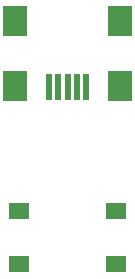
<source format=gbp>
%FSTAX23Y23*%
%MOIN*%
%SFA1B1*%

%IPPOS*%
%ADD74R,0.019680X0.090550*%
%ADD75R,0.078740X0.098430*%
%ADD76R,0.070870X0.055120*%
%LNÑ§Ï°ÐÍºìÍâ×ª·¢Æ÷-1*%
%LPD*%
G54D74*
X06656Y06326D03*
X06719D03*
X06688D03*
X06751D03*
X06782D03*
G54D75*
X06544Y06546D03*
X06895D03*
X06544Y0633D03*
X06895D03*
G54D76*
X06882Y05736D03*
X06557D03*
X06882Y05913D03*
X06557D03*
M02*
</source>
